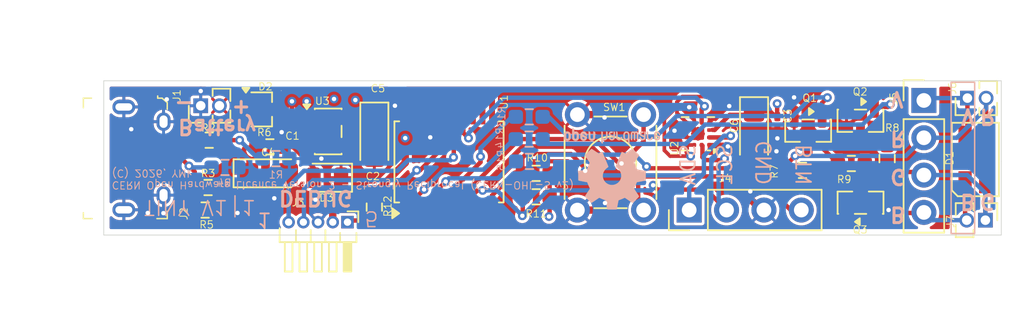
<source format=kicad_pcb>
(kicad_pcb (version 20241229) (generator "pcbnew") (generator_version "9.0")
  (layers (0 "F.Cu" signal) (4 "In1.Cu" signal) (6 "In2.Cu" signal) (2 "B.Cu" signal) (13 "F.Paste" user) (15 "B.Paste" user) (5 "F.SilkS" user "F.Silkscreen") (7 "B.SilkS" user "B.Silkscreen") (1 "F.Mask" user) (3 "B.Mask" user) (25 "Edge.Cuts" user))
  (net 0 "")
  (net 1 "GND")
  (net 2 "VIN")
  (net 3 "+3.3V")
  (net 4 "+5V_USB")
  (net 5 "/B_LED_CON")
  (net 6 "/G_LED_CON")
  (net 7 "/R_LED_CON")
  (net 8 "+VBAT")
  (net 9 "Net-(D3-A)")
  (net 10 "Net-(J2-Pad4)")
  (net 11 "Net-(J2-Pad3)")
  (net 12 "Net-(J2-Pad2)")
  (net 13 "/ISCPSCLK")
  (net 14 "/MCL#{slash}VPP")
  (net 15 "/ISCPSDAT")
  (net 16 "/I2C1_SCL")
  (net 17 "/I2C1_SDA")
  (net 18 "/BUTTON")
  (net 19 "/LED_B")
  (net 20 "Net-(Q1-D)")
  (net 21 "/LED_G")
  (net 22 "Net-(Q2-D)")
  (net 23 "/LED_R")
  (net 24 "Net-(Q3-D)")
  (net 29 "/ISR")
  (net 35 "Net-(U1-RC6)")
  (net 36 "Net-(U1-RC5)")
  (net 37 "Net-(U1-RC3)")
  (footprint "Package_TO_SOT_SMD:SOT-23" (layer "F.Cu") (at 169.54 92.22 -90)
    (property "Reference" "Q2")
    (property "Value" "2N7002" (hide yes))
  )
  (footprint "Resistor_SMD:R_0603_1608Metric_Pad0.98x0.95mm_HandSolder" (layer "F.Cu") (at 125.2764 93.543928)
    (property "Reference" "R2")
    (property "Value" "5 k")
  )
  (footprint "Resistor_SMD:R_0603_1608Metric_Pad0.98x0.95mm_HandSolder" (layer "F.Cu") (at 129.4 94 180)
    (property "Reference" "R6")
    (property "Value" "10 k")
  )
  (footprint "Package_TO_SOT_SMD:SOT-323_SC-70" (layer "F.Cu") (at 128.818182 91.45)
    (property "Reference" "D2")
    (property "Value" "BAT54CW" (hide yes))
  )
  (footprint "Capacitor_SMD:C_0201_0603Metric_Pad0.64x0.40mm_HandSolder" (layer "F.Cu") (at 136.81 90.58)
    (property "Reference" "C5")
    (property "Value" "100 nF, 16 V")
  )
  (footprint "Connector_PinHeader_2.54mm:PinHeader_1x04_P2.54mm_Vertical" (layer "F.Cu") (at 157.898454 98.3 90)
    (property "Reference" "J4")
    (property "Value" "Conn_01x04")
  )
  (footprint "Resistor_SMD:R_0603_1608Metric_Pad0.98x0.95mm_HandSolder" (layer "F.Cu") (at 125.2 96.767542 180)
    (property "Reference" "R3")
    (property "Value" "5 k")
  )
  (footprint "Connector_PinHeader_1.27mm:PinHeader_1x02_P1.27mm_Vertical" (layer "F.Cu") (at 178.03 98.99 -90)
    (property "Reference" "J7")
    (property "Value" "Conn_01x02")
  )
  (footprint "Package_LGA:Kionix_LGA-12_2x2mm_P0.5mm_LayoutBorder2x4y" (layer "F.Cu") (at 158.496355 93.107233 180)
    (property "Reference" "U2")
    (property "Value" "KXTJ3-1057" (hide yes))
  )
  (footprint "Resistor_SMD:R_0603_1608Metric_Pad0.98x0.95mm_HandSolder" (layer "F.Cu") (at 125 98.3)
    (property "Reference" "R5")
    (property "Value" "0")
  )
  (footprint "LED_SMD:LED_RGB_Wuerth-PLCC4_3.2x2.8mm_150141M173100" (layer "F.Cu") (at 177.35 94.86 90)
    (property "Reference" "D1")
    (property "Value" "LED_ARBG" (hide yes))
  )
  (footprint "Resistor_SMD:R_0603_1608Metric_Pad0.98x0.95mm_HandSolder" (layer "F.Cu") (at 171.35 94.8 -90)
    (property "Reference" "R8")
    (property "Value" "220")
  )
  (footprint "Button_Switch_THT:SW_TH_Tactile_Omron_B3F-102x" (layer "F.Cu") (at 154.8 91.803688 -90)
    (property "Reference" "SW1")
    (property "Value" "SW_MEC_5E" (hide yes))
  )
  (footprint "Resistor_SMD:R_0603_1608Metric_Pad0.98x0.95mm_HandSolder" (layer "F.Cu") (at 136.5 98.1 -90)
    (property "Reference" "R12")
    (property "Value" "10 k")
  )
  (footprint "Resistor_SMD:R_0603_1608Metric_Pad0.98x0.95mm_HandSolder" (layer "F.Cu") (at 147.5 97.4 180)
    (property "Reference" "R11")
    (property "Value" "10 k")
  )
  (footprint "Resistor_SMD:R_0603_1608Metric_Pad0.98x0.95mm_HandSolder" (layer "F.Cu") (at 165.6 95.6 180)
    (property "Reference" "R7")
    (property "Value" "560")
  )
  (footprint "Package_TO_SOT_SMD:SOT-23-5" (layer "F.Cu") (at 133.3625 92.95)
    (property "Reference" "U3")
    (property "Value" "TPS79333-EP")
  )
  (footprint "Capacitor_Tantalum_SMD:CP_EIA-3216-10_Kemet-I" (layer "F.Cu") (at 129.2525 95.8)
    (property "Reference" "C4")
    (property "Value" "10 uF")
  )
  (footprint "Package_TO_SOT_SMD:SOT-23" (layer "F.Cu") (at 165.984061 92.895198 -90)
    (property "Reference" "Q1")
    (property "Value" "2N7002" (hide yes))
  )
  (footprint "Connector_PinHeader_1.00mm:PinHeader_1x05_P1.00mm_Horizontal" (layer "F.Cu") (at 134.674676 99.125 -90)
    (property "Reference" "J3")
    (property "Value" "Conn_01x05")
  )
  (footprint "Connector_PinHeader_1.27mm:PinHeader_1x02_P1.27mm_Vertical" (layer "F.Cu") (at 176.81 90.68 90)
    (property "Reference" "J6")
    (property "Value" "Conn_01x02")
  )
  (footprint "Capacitor_SMD:C_0201_0603Metric_Pad0.64x0.40mm_HandSolder" (layer "F.Cu") (at 130.9 92.2325 90)
    (property "Reference" "C1")
    (property "Value" "100 nF, 16 V")
  )
  (footprint "digikey-footprints:USB_Micro_B_Female_10118194-0001LF" (layer "F.Cu") (at 122.175 94.784473 -90)
    (property "Reference" "J2")
    (property "Value" "10118194-0001LF" (hide yes))
  )
  (footprint "LED_SMD:LED_0805_2012Metric" (layer "F.Cu") (at 133.3 96.1 180)
    (property "Reference" "D3")
    (property "Value" "G_LED" (hide yes))
  )
  (footprint "Capacitor_Tantalum_SMD:CP_EIA-3216-10_Kemet-I" (layer "F.Cu") (at 136.5 93.3 -90)
    (property "Reference" "C2")
    (property "Value" "4.7 uF")
  )
  (footprint "Package_SO:SSOP-20_5.3x7.2mm_P0.65mm" (layer "F.Cu") (at 141.575 95.022906 90)
    (property "Reference" "U1")
    (property "Value" "PIC16F1829-IML" (hide yes))
  )
  (footprint "Resistor_SMD:R_0603_1608Metric_Pad0.98x0.95mm_HandSolder" (layer "F.Cu") (at 168.919587 95.132089)
    (property "Reference" "R9")
    (property "Value" "220")
  )
  (footprint "Package_TO_SOT_SMD:SOT-23" (layer "F.Cu") (at 169.545 97.8 90)
    (property "Reference" "Q3")
    (property "Value" "2N7002")
  )
  (footprint "Capacitor_SMD:C_0201_0603Metric_Pad0.64x0.40mm_HandSolder" (layer "F.Cu") (at 163.890802 92.350695 90)
    (property "Reference" "C3")
    (property "Value" "100 nF, 16 V")
  )
  (footprint "Capacitor_Tantalum_SMD:CP_EIA-3216-10_Kemet-I" (layer "F.Cu") (at 162.306 92.934079 -90)
    (property "Reference" "C6")
    (property "Value" "10 uF")
  )
  (footprint "Connector_PinHeader_2.54mm:PinHeader_1x04_P2.54mm_Vertical" (layer "F.Cu") (at 173.85 90.84)
    (property "Reference" "J5")
    (property "Value" "Conn_01x04")
  )
  (footprint "Resistor_SMD:R_0603_1608Metric_Pad0.98x0.95mm_HandSolder" (layer "F.Cu") (at 147.5 95.8)
    (property "Reference" "R10")
    (property "Value" "10 k")
  )
  (footprint "Connector_PinHeader_1.27mm:PinHeader_1x02_P1.27mm_Vertical" (layer "F.Cu") (at 124.7 91.2 90)
    (property "Reference" "J1")
    (property "Value" "Conn_01x02")
  )
  (footprint "Resistor_SMD:R_0603_1608Metric_Pad0.98x0.95mm_HandSolder" (layer "B.Cu") (at 147.027257 91.955492)
    (property "Reference" "R13")
    (property "Value" "0")
  )
  (footprint "Resistor_SMD:R_0603_1608Metric_Pad0.98x0.95mm_HandSolder" (layer "B.Cu") (at 126.351556 95.4)
    (property "Reference" "R4")
    (property "Value" "10 k")
  )
  (footprint "Resistor_SMD:R_0603_1608Metric_Pad0.98x0.95mm_HandSolder" (layer "B.Cu") (at 147.021979 93.472)
    (property "Reference" "R14")
    (property "Value" "0")
  )
  (footprint "Symbol:OSHW-Logo2_7.3x6mm_SilkScreen" (layer "B.Cu") (at 152.654 95.504)
    (property "Reference" "REF**" (hide yes))
    (property "Value" "OSHW-Logo2_7.3x6mm_SilkScreen" (hide yes))
  )
  (footprint "Resistor_SMD:R_0603_1608Metric_Pad0.98x0.95mm_HandSolder" (layer "B.Cu") (at 147.043861 94.988507)
    (property "Reference" "R15")
    (property "Value" "0")
  )
  (footprint "Resistor_SMD:R_0603_1608Metric_Pad0.98x0.95mm_HandSolder" (layer "B.Cu") (at 129.8125 94.8)
    (property "Reference" "R1")
    (property "Value" "10 k")
  )
  (gr_rect (start 175.7 89.6) (end 177.3 99.9) (stroke (width 0.1)) (fill no) (layer "B.SilkS"))
  (gr_line (start 118.11 100) (end 118.11 89.5) (stroke (width 0.05)) (layer "Edge.Cuts"))
  (gr_line (start 179.11 100) (end 118.11 100) (stroke (width 0.05)) (layer "Edge.Cuts"))
  (gr_line (start 179.11 95) (end 179.11 89.5) (stroke (width 0.05)) (layer "Edge.Cuts"))
  (gr_line (start 179.11 100) (end 179.11 95) (stroke (width 0.05)) (layer "Edge.Cuts"))
  (gr_line (start 118.11 89.5) (end 179.11 89.5) (stroke (width 0.05)) (layer "Edge.Cuts"))
  (gr_curve (pts (xy 130.175 90.17) (xy 130.175 90.17) (xy 130.175 90.17) (xy 130.175 90.17)) (stroke (width 0.05)) (layer "Edge.Cuts"))
  (gr_text "CERN Open Hardware Licence Version 2 - Strongly Reciprocal (CERN-OHL-S v2)\n(C) 2026, YMk" (at 118.618 95.504 180) (layer "B.SilkS") (effects (font (size 0.5 0.5) (thickness 0.0625)) (justify left bottom mirror)))
  (gr_text "DEBUG" (at 129.9 96.9 180) (layer "B.SilkS") (effects (font (size 1 1) (thickness 0.2) (bold yes)) (justify left bottom mirror)))
  (gr_text "BTN" (at 166.3 93.726 90) (layer "B.SilkS") (effects (font (size 1 1) (thickness 0.125)) (justify left bottom mirror)))
  (gr_text "-" (at 124.31264 91.505385 0) (layer "B.SilkS") (effects (font (size 1 1) (thickness 0.2) (bold yes)) (justify left bottom mirror)))
  (gr_text "G" (at 171.45 95.448822 180) (layer "B.SilkS") (effects (font (size 1 1) (thickness 0.2) (bold yes)) (justify left bottom mirror)))
  (gr_text "TINY V1|1" (at 128.524 97.536 180) (layer "B.SilkS") (effects (font (size 1 1) (thickness 0.1)) (justify right bottom mirror)))
  (gr_text "SCL" (at 160.9 93.726 90) (layer "B.SilkS") (effects (font (size 1 1) (thickness 0.125)) (justify left bottom mirror)))
  (gr_text "+" (at 128.2 91.8 0) (layer "B.SilkS") (effects (font (size 1 1) (thickness 0.2) (bold yes)) (justify left bottom mirror)))
  (gr_text "R" (at 177.546 91.35 180) (layer "B.SilkS") (effects (font (size 1 1) (thickness 0.2) (bold yes)) (justify left bottom mirror)))
  (gr_text "GND" (at 163.576 93.472 90) (layer "B.SilkS") (effects (font (size 1 1) (thickness 0.125)) (justify left bottom mirror)))
  (gr_text "V" (at 171.45 90.17 180) (layer "B.SilkS") (effects (font (size 1 1) (thickness 0.2) (bold yes)) (justify left bottom mirror)))
  (gr_text "R" (at 171.45 92.85 180) (layer "B.SilkS") (effects (font (size 1 1) (thickness 0.2) (bold yes)) (justify left bottom mirror)))
  (gr_text "G" (at 177.546 97.15 180) (layer "B.SilkS") (effects (font (size 1 1) (thickness 0.2) (bold yes)) (justify left bottom mirror)))
  (gr_text "SDA" (at 158.4 93.726 90) (layer "B.SilkS") (effects (font (size 1 1) (thickness 0.125)) (justify left bottom mirror)))
  (gr_text "B" (at 171.45 98.022457 180) (layer "B.SilkS") (effects (font (size 1 1) (thickness 0.2) (bold yes)) (justify left bottom mirror)))
  (gr_text "Battery" (at 128.6 92.05 180) (layer "B.SilkS") (effects (font (size 1 1) (thickness 0.2) (bold yes)) (justify right bottom mirror)))
  (gr_text "5" (at 136.85 98.3 180) (layer "B.SilkS") (effects (font (size 1 1) (thickness 0.1)) (justify right bottom mirror)))
  (gr_text "B" (at 176.208391 97.15181 180) (layer "B.SilkS") (effects (font (size 1 1) (thickness 0.2) (bold yes)) (justify left bottom mirror)))
  (gr_text "V" (at 176.276 91.340375 180) (layer "B.SilkS") (effects (font (size 1 1) (thickness 0.2) (bold yes)) (justify left bottom mirror)))
  (gr_text "1" (at 129.6 98.4 180) (layer "B.SilkS") (effects (font (size 1 1) (thickness 0.125)) (justify right bottom mirror)))
  (segment (start 151.696312 98.303688) (end 150.493545 98.303688) (width 0.5) (layer "F.Cu") (net 1))
  (segment (start 157.9 91.3) (end 157.696352 91.503648) (width 0.25) (layer "F.Cu") (net 1))
  (segment (start 137.28 90.58) (end 137.2175 90.58) (width 0.3) (layer "F.Cu") (net 1))
  (segment (start 160.412842 93.857233) (end 159.258855 93.857233) (width 0.25) (layer "F.Cu") (net 1))
  (segment (start 152 92) (end 151.803688 91.803688) (width 0.5) (layer "F.Cu") (net 1))
  (segment (start 137.9 91.2) (end 137.28 90.58) (width 0.3) (layer "F.Cu") (net 1))
  (segment (start 151.803688 91.803688) (end 150.493545 91.803688) (width 0.5) (layer "F.Cu") (net 1))
  (segment (start 170.94 98.74) (end 170.9375 98.7375) (width 0.3) (layer "F.Cu") (net 1))
  (segment (start 156.942767 92.857233) (end 156.9 92.9) (width 0.3) (layer "F.Cu") (net 1))
  (segment (start 162.052 97.028) (end 162.052 97.552) (width 0.5) (layer "F.Cu") (net 1))
  (segment (start 162.052 97.552) (end 162.652918 98.152918) (width 0.5) (layer "F.Cu") (net 1))
  (segment (start 171.008 98.74) (end 170.94 98.74) (width 0.3) (layer "F.Cu") (net 1))
  (segment (start 162.319421 94.3) (end 162.306 94.286579) (width 0.5) (layer "F.Cu") (net 1))
  (segment (start 163.83 94.3) (end 162.319421 94.3) (width 0.5) (layer "F.Cu") (net 1))
  (segment (start 157.696352 91.503648) (end 157.696352 91.631076) (width 0.25) (layer "F.Cu") (net 1))
  (segment (start 165.034061 91.957698) (end 165.034061 90.639081) (width 0.3) (layer "F.Cu") (net 1))
  (segment (start 170.9375 98.7375) (end 170.495 98.7375) (width 0.3) (layer "F.Cu") (net 1))
  (segment (start 152.178 97.822) (end 151.696312 98.303688) (width 0.5) (layer "F.Cu") (net 1))
  (segment (start 157.696352 91.631076) (end 158.246355 92.181079) (width 0.25) (layer "F.Cu") (net 1))
  (segment (start 160.394085 91.222003) (end 160.620318 91.222003) (width 0.25) (layer "F.Cu") (net 1))
  (segment (start 171.45 98.298) (end 171.008 98.74) (width 0.3) (layer "F.Cu") (net 1))
  (segment (start 158.246355 92.181079) (end 158.246355 92.344733) (width 0.25) (layer "F.Cu") (net 1))
  (segment (start 160.527805 93.972195) (end 160.412842 93.857233) (width 0.25) (layer "F.Cu") (net 1))
  (segment (start 140.6 91.522906) (end 140.6 93.05) (width 0.3) (layer "F.Cu") (net 1))
  (segment (start 159.258855 92.357233) (end 160.394085 91.222003) (width 0.25) (layer "F.Cu") (net 1))
  (segment (start 152.146 92) (end 152 92) (width 0.5) (layer "F.Cu") (net 1))
  (segment (start 163.890802 93.420122) (end 163.890802 92.626695) (width 0.3) (layer "F.Cu") (net 1))
  (segment (start 162.652918 98.152918) (end 162.978454 98.152918) (width 0.5) (layer "F.Cu") (net 1))
  (segment (start 157.733855 92.857233) (end 156.942767 92.857233) (width 0.3) (layer "F.Cu") (net 1))
  (segment (start 165.034061 90.639081) (end 165.026204 90.631224) (width 0.25) (layer "F.Cu") (net 1))
  (segment (start 140.6 93.05) (end 140.3 93.35) (width 0.3) (layer "F.Cu") (net 1))
  (via (at 121.1 98.5) (size 0.6) (drill 0.3) (layers "F.Cu" "B.Cu") (net 1))
  (via (at 127.2 98.5) (size 0.6) (drill 0.3) (layers "F.Cu" "B.Cu") (net 1))
  (via (at 129.7 97.5) (size 0.6) (drill 0.3) (layers "F.Cu" "B.Cu") (net 1))
  (via (at 165.026204 90.631224) (size 0.6) (drill 0.3) (layers "F.Cu" "B.Cu") (net 1))
  (via (at 122.16612 98.511031) (size 0.6) (drill 0.3) (layers "F.Cu" "B.Cu") (net 1))
  (via (at 163.890802 93.420122) (size 0.6) (drill 0.3) (layers "F.Cu" "B.Cu") (net 1))
  (via (at 160.620318 91.222003) (size 0.6) (drill 0.3) (layers "F.Cu" "B.Cu") (net 1))
  (via (at 160.527805 93.972195) (size 0.6) (drill 0.3) (layers "F.Cu" "B.Cu") (net 1))
  (via (at 152.178 97.822) (size 0.6) (drill 0.3) (layers "F.Cu" "B.Cu") (net 1))
  (via (at 132.5 97.6) (size 0.6) (drill 0.3) (layers "F.Cu" "B.Cu") (net 1))
  (via (at 124.7 90.2) (size 0.6) (drill 0.3) (layers "F.Cu" "B.Cu") (net 1))
  (via (at 163.83 94.3) (size 0.6) (drill 0.3) (layers "F.Cu" "B.Cu") (net 1))
  (via (at 156.9 92.9) (size 0.6) (drill 0.3) (layers "F.Cu" "B.Cu") (net 1))
  (via (at 157.9 91.3) (size 0.6) (drill 0.3) (layers "F.Cu" "B.Cu") (net 1))
  (via (at 122.39064 90.764385) (size 0.6) (drill 0.3) (layers "F.Cu" "B.Cu") (net 1))
  (via (at 137.9 91.2) (size 0.6) (drill 0.3) (layers "F.Cu" "B.Cu") (net 1))
  (via (at 171.45 98.298) (size 0.6) (drill 0.3) (layers "F.Cu" "B.Cu") (net 1))
  (via (at 140.3 93.35) (size 0.6) (drill 0.3) (layers "F.Cu" "B.Cu") (net 1))
  (via (at 119.97764 92.796385) (size 0.6) (drill 0.3) (layers "F.Cu" "B.Cu") (net 1))
  (via (at 152.146 92) (size 0.6) (drill 0.3) (layers "F.Cu" "B.Cu") (net 1))
  (via (at 130.2 93) (size 0.6) (drill 0.3) (layers "F.Cu" "B.Cu") (net 1))
  (via (at 162.052 97.028) (size 0.6) (drill 0.3) (layers "F.Cu" "B.Cu") (net 1))
  (via (at 132.9 94.8) (size 0.6) (drill 0.3) (layers "F.Cu" "B.Cu") (net 1))
  (segment (start 129.9 93.9) (end 129.9 93.5) (width 0.3) (layer "B.Cu") (net 1))
  (segment (start 130.725 94.725) (end 129.9 93.9) (width 0.3) (layer "B.Cu") (net 1))
  (segment (start 130.725 94.8) (end 130.725 94.725) (width 0.25) (layer "B.Cu") (net 1))
  (segment (start 130.368182 90.9) (end 130.9 90.9) (width 0.3) (layer "F.Cu") (net 2))
  (segment (start 130.9 91.825) (end 130.9 90.9) (width 0.3) (layer "F.Cu") (net 2))
  (segment (start 129.818182 91.45) (end 130.368182 90.9) (width 0.3) (layer "F.Cu") (net 2))
  (segment (start 132.225 92) (end 132.225 91.225) (width 0.3) (layer "F.Cu") (net 2))
  (segment (start 132.225 91.225) (end 131.9 90.9) (width 0.3) (layer "F.Cu") (net 2))
  (segment (start 176.81 93.15) (end 176.65 93.31) (width 0.3) (layer "F.Cu") (net 2))
  (segment (start 176.81 90.68) (end 176.81 93.15) (width 0.3) (layer "F.Cu") (net 2))
  (via (at 131.9 90.9) (size 0.6) (drill 0.3) (layers "F.Cu" "B.Cu") (net 2))
  (via (at 130.9 90.9) (size 0.6) (drill 0.3) (layers "F.Cu" "B.Cu") (net 2))
  (segment (start 174.01 90.68) (end 176.81 90.68) (width 0.3) (layer "B.Cu") (net 2))
  (segment (start 173.85 90.84) (end 174.01 90.68) (width 0.3) (layer "B.Cu") (net 2))
  (segment (start 136.0875 97.6) (end 136.5 97.1875) (width 0.5) (layer "F.Cu") (net 3))
  (segment (start 136.5 97.1875) (end 138.6 95.0875) (width 0.5) (layer "F.Cu") (net 3))
  (segment (start 134.175 97.6) (end 136.0875 97.6) (width 0.5) (layer "F.Cu") (net 3))
  (segment (start 148.4125 98.6975) (end 148.37 98.74) (width 0.3) (layer "F.Cu") (net 3))
  (segment (start 157.733855 94.374886) (end 157.733855 93.857233) (width 0.3) (layer "F.Cu") (net 3))
  (segment (start 133.674676 98.100324) (end 134.175 97.6) (width 0.5) (layer "F.Cu") (net 3))
  (segment (start 134.5 91.2) (end 134.5 92) (width 0.5) (layer "F.Cu") (net 3))
  (segment (start 161.300654 90.576233) (end 162.306 91.581579) (width 0.25) (layer "F.Cu") (net 3))
  (segment (start 162.306 91.581579) (end 163.397686 91.581579) (width 0.3) (layer "F.Cu") (net 3))
  (segment (start 157.437054 90.576233) (end 161.300654 90.576233) (width 0.25) (layer "F.Cu") (net 3))
  (segment (start 157.070352 91.263824) (end 157.070352 90.942935) (width 0.25) (layer "F.Cu") (net 3))
  (segment (start 157.995964 94.62874) (end 156.60474 94.62874) (width 0.25) (layer "F.Cu") (net 3))
  (segment (start 157.987709 94.62874) (end 157.733855 94.374886) (width 0.3) (layer "F.Cu") (net 3))
  (segment (start 157.070352 90.942935) (end 157.437054 90.576233) (width 0.25) (layer "F.Cu") (net 3))
  (segment (start 137.9525 93.4) (end 136.5 91.9475) (width 0.4) (layer "F.Cu") (net 3))
  (segment (start 156.21 94.234) (end 156.21 92.124176) (width 0.25) (layer "F.Cu") (net 3))
  (segment (start 163.878252 91.06) (end 163.878252 92.049695) (width 0.3) (layer "F.Cu") (net 3))
  (segment (start 157.070352 91.69373) (end 157.070352 91) (width 0.25) (layer "F.Cu") (net 3))
  (segment (start 135.21 90.81) (end 135.44 90.58) (width 0.3) (layer "F.Cu") (net 3))
  (segment (start 161.671 91.821) (end 160.655 91.821) (width 0.3) (layer "F.Cu") (net 3))
  (segment (start 157.070352 91) (end 157.070352 90.942935) (width 0.25) (layer "F.Cu") (net 3))
  (segment (start 156.60474 94.62874) (end 156.21 94.234) (width 0.25) (layer "F.Cu") (net 3))
  (segment (start 148.4125 97.4) (end 148.4125 98.6975) (width 0.3) (layer "F.Cu") (net 3))
  (segment (start 133.674676 99.125) (end 133.674676 98.100324) (width 0.5) (layer "F.Cu") (net 3))
  (segment (start 134.04 90.74) (end 134.5 91.2) (width 0.5) (layer "F.Cu") (net 3))
  (segment (start 158.246355 93.869733) (end 157.746355 93.869733) (width 0.25) (layer "F.Cu") (net 3))
  (segment (start 163.878252 92.049695) (end 163.890802 92.049695) (width 0.3) (layer "F.Cu") (net 3))
  (segment (start 163.397686 91.581579) (end 163.890802 92.074695) (width 0.3) (layer "F.Cu") (net 3))
  (segment (start 156.21 92.124176) (end 157.070352 91.263824) (width 0.25) (layer "F.Cu") (net 3))
  (segment (start 133.76 90.74) (end 134.04 90.74) (width 0.5) (layer "F.Cu") (net 3))
  (segment (start 157.995964 94.62874) (end 157.987709 94.62874) (width 0.3) (layer "F.Cu") (net 3))
  (segment (start 148.4125 95.8) (end 148.4125 97.4) (width 0.3) (layer "F.Cu") (net 3))
  (segment (start 139.95 92.534198) (end 139.084198 93.4) (width 0.4) (layer "F.Cu") (net 3))
  (segment (start 138.6 93.4) (end 137.9525 93.4) (width 0.4) (layer "F.Cu") (net 3))
  (segment (start 161.910421 91.581579) (end 161.671 91.821) (width 0.3) (layer "F.Cu") (net 3))
  (segment (start 139.95 91.522906) (end 139.95 92.534198) (width 0.4) (layer "F.Cu") (net 3))
  (segment (start 157.733855 92.357233) (end 157.070352 91.69373) (width 0.25) (layer "F.Cu") (net 3))
  (segment (start 139.084198 93.4) (end 138.6 93.4) (width 0.4) (layer "F.Cu") (net 3))
  (segment (start 135.44 90.58) (end 136.4025 90.58) (width 0.3) (layer "F.Cu") (net 3))
  (segment (start 160.655 91.821) (end 159.633609 92.842391) (width 0.3) (layer "F.Cu") (net 3))
  (segment (start 138.6 95.0875) (end 138.6 93.4) (width 0.5) (layer "F.Cu") (net 3))
  (segment (start 159.633609 92.842391) (end 159.482218 92.842391) (width 0.3) (layer "F.Cu") (net 3))
  (segment (start 162.306 91.581579) (end 161.910421 91.581579) (width 0.3) (layer "F.Cu") (net 3))
  (via (at 157.995964 94.62874) (size 0.6) (drill 0.3) (layers "F.Cu" "B.Cu") (net 3))
  (via (at 138.6 93.4) (size 0.6) (drill 0.3) (layers "F.Cu" "B.Cu") (net 3))
  (via (at 135.21 90.81) (size 0.6) (drill 0.3) (layers "F.Cu" "B.Cu") (net 3))
  (via (at 148.37 98.74) (size 0.6) (drill 0.3) (layers "F.Cu" "B.Cu") (net 3))
  (via (at 163.878252 91.06) (size 0.6) (drill 0.3) (layers "F.Cu" "B.Cu") (net 3))
  (via (at 133.76 90.74) (size 0.6) (drill 0.3) (layers "F.Cu" "B.Cu") (net 3))
  (segment (start 172.6 98.5) (end 173.693523 98.5) (width 0.3) (layer "F.Cu") (net 5))
  (segment (start 173.693523 98.5) (end 173.693523 98.861596) (width 0.25) (layer "F.Cu") (net 5))
  (segment (start 173.1 98.5) (end 173.693523 98.5) (width 0.25) (layer "F.Cu") (net 5))
  (segment (start 169.832087 95.132089) (end 169.832087 95.732087) (width 0.3) (layer "F.Cu") (net 5))
  (segment (start 169.832087 95.732087) (end 172.6 98.5) (width 0.3) (layer "F.Cu") (net 5))
  (segment (start 169.599198 95.353322) (end 169.953322 95.353322) (width 0.25) (layer "F.Cu") (net 5))
  (segment (start 176.76 98.99) (end 176.65 98.88) (width 0.3) (layer "F.Cu") (net 5))
  (segment (start 176.65 98.88) (end 176.65 96.41) (width 0.3) (layer "F.Cu") (net 5))
  (segment (start 176.76 98.99) (end 174.38 98.99) (width 0.3) (layer "B.Cu") (net 5))
  (segment (start 174.38 98.99) (end 173.85 98.46) (width 0.3) (layer "B.Cu") (net 5))
  (segment (start 171.35 95.7125) (end 173.6425 95.7125) (width 0.3) (layer "F.Cu") (net 6))
  (segment (start 178.03 96.43) (end 178.05 96.41) (width 0.3) (layer "F.Cu") (net 6))
  (segment (start 178.03 98.99) (end 178.03 96.43) (width 0.3) (layer "F.Cu") (net 6))
  (segment (start 173.6425 95.7125) (end 173.85 95.92) (width 0.3) (layer "F.Cu") (net 6))
  (segment (start 178.03 98.99) (end 178.03 97.15) (width 0.3) (layer "B.Cu") (net 6))
  (segment (start 176.8 95.92) (end 173.85 95.92) (width 0.3) (layer "B.Cu") (net 6))
  (segment (start 178.03 97.15) (end 176.8 95.92) (width 0.3) (layer "B.Cu") (net 6))
  (segment (start 164.6875 95.0275) (end 165.1 94.615) (width 0.3) (layer "F.Cu") (net 7))
  (segment (start 178.08 93.28) (end 178.05 93.31) (width 0.3) (layer "F.Cu") (net 7))
  (segment (start 178.08 90.68) (end 178.08 93.28) (width 0.3) (layer "F.Cu") (net 7))
  (segment (start 164.6875 95.6) (end 164.6875 95.0275) (width 0.3) (layer "F.Cu") (net 7))
  (via (at 165.1 94.615) (size 0.6) (drill 0.3) (layers "F.Cu" "B.Cu") (net 7))
  (segment (start 173.85 93.38) (end 176.087106 93.38) (width 0.3) (layer "B.Cu") (net 7))
  (segment (start 178.08 91.387106) (end 178.08 90.68) (width 0.3) (layer "B.Cu") (net 7))
  (segment (start 176.087106 93.38) (end 178.08 91.387106) (width 0.3) (layer "B.Cu") (net 7))
  (segment (start 165.1 94.615) (end 172.615 94.615) (width 0.3) (layer "B.Cu") (net 7))
  (segment (start 172.615 94.615) (end 173.85 93.38) (width 0.3) (layer "B.Cu") (net 7))
  (segment (start 132.3625 96.1) (end 132.3625 95.400001) (width 0.3) (layer "F.Cu") (net 9))
  (segment (start 130.962499 94) (end 130.3125 94) (width 0.3) (layer "F.Cu") (net 9))
  (segment (start 132.3625 95.400001) (end 130.962499 94) (width 0.3) (layer "F.Cu") (net 9))
  (segment (start 122.175 95.434473) (end 123.15 95.434473) (width 0.3) (layer "F.Cu") (net 10))
  (segment (start 123.15 95.434473) (end 123.4 95.684473) (width 0.3) (layer "F.Cu") (net 10))
  (segment (start 123.4 97.6125) (end 124.0875 98.3) (width 0.3) (layer "F.Cu") (net 10))
  (segment (start 123.4 95.684473) (end 123.4 97.6125) (width 0.3) (layer "F.Cu") (net 10))
  (segment (start 122.175 94.784473) (end 123.384473 94.784473) (width 0.3) (layer "F.Cu") (net 11))
  (segment (start 124.2875 95.6875) (end 123.9 95.3) (width 0.3) (layer "F.Cu") (net 11))
  (segment (start 123.384473 94.784473) (end 123.9 95.3) (width 0.3) (layer "F.Cu") (net 11))
  (segment (start 124.2875 96.767542) (end 124.2875 95.6875) (width 0.3) (layer "F.Cu") (net 11))
  (via (at 123.9 95.3) (size 0.6) (drill 0.3) (layers "F.Cu" "B.Cu") (net 11))
  (segment (start 123.9 95.3) (end 124 95.4) (width 0.3) (layer "B.Cu") (net 11))
  (segment (start 124 95.4) (end 125.439056 95.4) (width 0.3) (layer "B.Cu") (net 11))
  (segment (start 126.1889 93.543928) (end 125.244828 94.488) (width 0.3) (layer "F.Cu") (net 12))
  (segment (start 123.635473 94.134473) (end 122.175 94.134473) (width 0.3) (layer "F.Cu") (net 12))
  (segment (start 123.989 94.488) (end 123.635473 94.134473) (width 0.3) (layer "F.Cu") (net 12))
  (segment (start 125.244828 94.488) (end 123.989 94.488) (width 0.3) (layer "F.Cu") (net 12))
  (segment (start 127.343928 93.543928) (end 126.1889 93.543928) (width 0.3) (layer "F.Cu") (net 12))
  (via (at 127.343928 93.543928) (size 0.6) (drill 0.3) (layers "F.Cu" "B.Cu") (net 12))
  (segment (start 127.343928 93.543928) (end 128.6 94.8) (width 0.3) (layer "B.Cu") (net 12))
  (segment (start 128.6 94.8) (end 128.9 94.8) (width 0.3) (layer "B.Cu") (net 12))
  (segment (start 141.88 94.71) (end 141.9 94.69) (width 0.3) (layer "F.Cu") (net 13))
  (segment (start 141.9 94.69) (end 141.9 91.522906) (width 0.3) (layer "F.Cu") (net 13))
  (via (at 141.88 94.71) (size 0.6) (drill 0.3) (layers "F.Cu" "B.Cu") (net 13))
  (segment (start 141.68 94.91) (end 141.88 94.71) (width 0.3) (layer "B.Cu") (net 13))
  (segment (start 130.674676 96.675324) (end 130.674676 99.125) (width 0.3) (layer "B.Cu") (net 13))
  (segment (start 138.79 94.91) (end 138.072657 95.627343) (width 0.3) (layer "B.Cu") (net 13))
  (segment (start 141.29 94.91) (end 138.79 94.91) (width 0.3) (layer "B.Cu") (net 13))
  (segment (start 138.072657 95.627343) (end 131.722657 95.627343) (width 0.3) (layer "B.Cu") (net 13))
  (segment (start 141.29 94.91) (end 141.68 94.91) (width 0.3) (layer "B.Cu") (net 13))
  (segment (start 131.722657 95.627343) (end 130.674676 96.675324) (width 0.3) (layer "B.Cu") (net 13))
  (segment (start 136.5 99.0125) (end 138.160406 99.0125) (width 0.3) (layer "F.Cu") (net 14))
  (segment (start 136.5 99.0125) (end 134.787176 99.0125) (width 0.3) (layer "F.Cu") (net 14))
  (segment (start 138.160406 99.0125) (end 138.65 98.522906) (width 0.3) (layer "F.Cu") (net 14))
  (segment (start 134.787176 99.0125) (end 134.674676 99.125) (width 0.3) (layer "F.Cu") (net 14))
  (segment (start 139.38 95.59) (end 139.61 95.59) (width 0.3) (layer "F.Cu") (net 15))
  (segment (start 139.61 95.59) (end 141.25 93.95) (width 0.3) (layer "F.Cu") (net 15))
  (segment (start 141.25 93.95) (end 141.25 91.522906) (width 0.3) (layer "F.Cu") (net 15))
  (via (at 139.38 95.59) (size 0.6) (drill 0.3) (layers "F.Cu" "B.Cu") (net 15))
  (segment (start 131.715 96.885) (end 131.715 98.955) (width 0.3) (layer "B.Cu") (net 15))
  (segment (start 139.37 95.59) (end 138.694 96.266) (width 0.3) (layer "B.Cu") (net 15))
  (segment (start 139.38 95.59) (end 139.37 95.59) (width 0.3) (layer "B.Cu") (net 15))
  (segment (start 138.694 96.266) (end 132.334 96.266) (width 0.3) (layer "B.Cu") (net 15))
  (segment (start 132.334 96.266) (end 131.715 96.885) (width 0.3) (layer "B.Cu") (net 15))
  (segment (start 158.746355 93.869733) (end 158.8 93.923378) (width 0.3) (layer "F.Cu") (net 16))
  (segment (start 146.5875 98.6625) (end 146.56 98.69) (width 0.3) (layer "F.Cu") (net 16))
  (segment (start 143.51 96.96) (end 143.2 97.27) (width 0.3) (layer "F.Cu") (net 16))
  (segment (start 143.86 96.96) (end 143.51 96.96) (width 0.3) (layer "F.Cu") (net 16))
  (segment (start 146.5875 97.4) (end 146.5875 98.6625) (width 0.3) (layer "F.Cu") (net 16))
  (segment (start 160.2 94.9) (end 160.3 94.8) (width 0.3) (layer "F.Cu") (net 16))
  (segment (start 155.448 96.612) (end 155.746 96.91) (width 0.3) (layer "F.Cu") (net 16))
  (segment (start 159.048454 96.91) (end 160.438454 98.3) (width 0.3) (layer "F.Cu") (net 16))
  (segment (start 158.8 93.923378) (end 158.8 94.7) (width 0.3) (layer "F.Cu") (net 16))
  (segment (start 155.746 96.91) (end 159.048454 96.91) (width 0.3) (layer "F.Cu") (net 16))
  (segment (start 143.2 97.27) (end 143.2 98.522906) (width 0.3) (layer "F.Cu") (net 16))
  (segment (start 158.8 94.7) (end 159 94.9) (width 0.3) (layer "F.Cu") (net 16))
  (segment (start 159 94.9) (end 160.2 94.9) (width 0.3) (layer "F.Cu") (net 16))
  (via (at 143.86 96.96) (size 0.6) (drill 0.3) (layers "F.Cu" "B.Cu") (net 16))
  (via (at 155.448 96.612) (size 0.6) (drill 0.3) (layers "F.Cu" "B.Cu") (net 16))
  (via (at 160.3 94.8) (size 0.6) (drill 0.3) (layers "F.Cu" "B.Cu") (net 16))
  (via (at 146.56 98.69) (size 0.6) (drill 0.3) (layers "F.Cu" "B.Cu") (net 16))
  (segment (start 155.31 96.96) (end 148.29 96.96) (width 0.3) (layer "B.Cu") (net 16))
  (segment (start 143.86 96.96) (end 144.83 96.96) (width 0.3) (layer "B.Cu") (net 16))
  (segment (start 160.3 94.8) (end 159.9 95.2) (width 0.3) (layer "B.Cu") (net 16))
  (segment (start 159.9 97.614464) (end 160.438454 98.152918) (width 0.3) (layer "B.Cu") (net 16))
  (segment (start 155.448 96.612) (end 155.448 96.822) (width 0.3) (layer "B.Cu") (net 16))
  (segment (start 155.448 96.822) (end 155.31 96.96) (width 0.3) (layer "B.Cu") (net 16))
  (segment (start 148.29 96.96) (end 146.56 98.69) (width 0.3) (layer "B.Cu") (net 16))
  (segment (start 144.83 96.96) (end 146.56 98.69) (width 0.3) (layer "B.Cu") (net 16))
  (segment (start 159.9 95.2) (end 159.9 97.614464) (width 0.3) (layer "B.Cu") (net 16))
  (segment (start 146.5455 95.758) (end 146.5875 95.8) (width 0.3) (layer "F.Cu") (net 17))
  (segment (start 150.83 95.63) (end 150.83 95.458) (width 0.3) (layer "F.Cu") (net 17))
  (segment (start 160.602341 93.357233) (end 160.713922 93.245652) (width 0.3) (layer "F.Cu") (net 17))
  (segment (start 144.5 97.308) (end 146.05 95.758) (width 0.3) (layer "F.Cu") (net 17))
  (segment (start 146.558 94.742) (end 146.558 95.7705) (width 0.3) (layer "F.Cu") (net 17))
  (segment (start 159.258855 93.357233) (end 160.602341 93.357233) (width 0.3) (layer "F.Cu") (net 17))
  (segment (start 150.83 95.458) (end 149.86 94.488) (width 0.3) (layer "F.Cu") (net 17))
  (segment (start 149.86 94.488) (end 146.812 94.488) (width 0.3) (layer "F.Cu") (net 17))
  (segment (start 144.5 98.522906) (end 144.5 97.308) (width 0.3) (layer "F.Cu") (net 17))
  (segment (start 146.05 95.758) (end 146.5455 95.758) (width 0.3) (layer "F.Cu") (net 17))
  (segment (start 146.558 95.7705) (end 146.5875 95.8) (width 0.3) (layer "F.Cu") (net 17))
  (segment (start 146.812 94.488) (end 146.558 94.742) (width 0.3) (layer "F.Cu") (net 17))
  (via (at 150.83 95.63) (size 0.6) (drill 0.3) (layers "F.Cu" "B.Cu") (net 17))
  (via (at 160.713922 93.245652) (size 0.6) (drill 0.3) (layers "F.Cu" "B.Cu") (net 17))
  (segment (start 160.262936 93.245652) (end 158.9 94.608588) (width 0.3) (layer "B.Cu") (net 17))
  (segment (start 158.9 95.8) (end 157.898454 96.801546) (width 0.3) (layer "B.Cu") (net 17))
  (segment (start 160.713922 93.245652) (end 160.262936 93.245652) (width 0.3) (layer "B.Cu") (net 17))
  (segment (start 150.83 95.63) (end 151.14 95.94) (width 0.3) (layer "B.Cu") (net 17))
  (segment (start 158.74 95.94) (end 158.75 95.95) (width 0.3) (layer "B.Cu") (net 17))
  (segment (start 158.9 94.608588) (end 158.9 95.8) (width 0.3) (layer "B.Cu") (net 17))
  (segment (start 157.898454 96.801546) (end 157.898454 98.3) (width 0.3) (layer "B.Cu") (net 17))
  (segment (start 151.14 95.94) (end 158.74 95.94) (width 0.3) (layer "B.Cu") (net 17))
  (segment (start 153.13 95.13) (end 151.472 93.472) (width 0.3) (layer "F.Cu") (net 18))
  (segment (start 164.8 98.3) (end 162.512 96.012) (width 0.3) (layer "F.Cu") (net 18))
  (segment (start 153.3 95.13) (end 153.13 95.13) (width 0.3) (layer "F.Cu") (net 18))
  (segment (start 154.432 97.935688) (end 154.8 98.303688) (width 0.3) (layer "F.Cu") (net 18))
  (segment (start 165.518454 98.3) (end 164.8 98.3) (width 0.3) (layer "F.Cu") (net 18))
  (segment (start 154.8 93.63) (end 154.8 91.803688) (width 0.3) (layer "F.Cu") (net 18))
  (segment (start 153.3 95.13) (end 154.432 96.262) (width 0.3) (layer "F.Cu") (net 18))
  (segment (start 154.432 96.262) (end 154.432 97.935688) (width 0.3) (layer "F.Cu") (net 18))
  (segment (start 151.472 93.472) (end 146.36019 93.472) (width 0.3) (layer "F.Cu") (net 18))
  (segment (start 142.55 97.28219) (end 142.55 98.522906) (width 0.3) (layer "F.Cu") (net 18))
  (segment (start 154.682 96.012) (end 154.432 96.262) (width 0.3) (layer "F.Cu") (net 18))
  (segment (start 146.36019 93.472) (end 142.55 97.28219) (width 0.3) (layer "F.Cu") (net 18))
  (segment (start 153.3 95.13) (end 154.8 93.63) (width 0.3) (layer "F.Cu") (net 18))
  (segment (start 162.512 96.012) (end 154.682 96.012) (width 0.3) (layer "F.Cu") (net 18))
  (via (at 153.3 95.13) (size 0.6) (drill 0.3) (layers "F.Cu" "B.Cu") (net 18))
  (segment (start 166.934061 91.957698) (end 166.934061 91.003715) (width 0.3) (layer "F.Cu") (net 19))
  (segment (start 166.934061 91.003715) (end 167.29 90.647776) (width 0.3) (layer "F.Cu") (net 19))
  (via (at 167.29 90.647776) (size 0.6) (drill 0.3) (layers "F.Cu" "B.Cu") (net 19))
  (segment (start 166.200874 90.633888) (end 164.933762 91.901) (width 0.3) (layer "B.Cu") (net 19))
  (segment (start 167.276112 90.633888) (end 166.200874 90.633888) (width 0.3) (layer "B.Cu") (net 19))
  (segment (start 157.049057 91.901) (end 155.650057 93.3) (width 0.3) (layer "B.Cu") (net 19))
  (segment (start 164.933762 91.901) (end 157.049057 91.901) (width 0.3) (layer "B.Cu") (net 19))
  (segment (start 155.650057 93.3) (end 149.688 93.3) (width 0.3) (layer "B.Cu") (net 19))
  (segment (start 148.343492 91.955492) (end 147.939757 91.955492) (width 0.3) (layer "B.Cu") (net 19))
  (segment (start 167.29 90.647776) (end 167.276112 90.633888) (width 0.3) (layer "B.Cu") (net 19))
  (segment (start 149.688 93.3) (end 148.343492 91.955492) (width 0.3) (layer "B.Cu") (net 19))
  (segment (start 147.947249 91.948) (end 147.939757 91.955492) (width 0.3) (layer "B.Cu") (net 19))
  (segment (start 165.984061 93.832698) (end 166.707696 93.832698) (width 0.3) (layer "F.Cu") (net 20))
  (segment (start 166.707696 93.832698) (end 168.007087 95.132089) (width 0.3) (layer "F.Cu") (net 20))
  (segment (start 171.3875 91.2825) (end 171.57 91.1) (width 0.3) (layer "F.Cu") (net 21))
  (segment (start 170.49 91.2825) (end 171.3875 91.2825) (width 0.3) (layer "F.Cu") (net 21))
  (via (at 171.57 91.1) (size 0.6) (drill 0.3) (layers "F.Cu" "B.Cu") (net 21))
  (segment (start 157.66 93.8) (end 158.978767 92.481233) (width 0.3) (layer "B.Cu") (net 21))
  (segment (start 169.678767 92.481233) (end 171.06 91.1) (width 0.3) (layer "B.Cu") (net 21))
  (segment (start 171.06 91.1) (end 171.57 91.1) (width 0.3) (layer "B.Cu") (net 21))
  (segment (start 148.262479 93.8) (end 157.66 93.8) (width 0.3) (layer "B.Cu") (net 21))
  (segment (start 147.934479 93.472) (end 148.262479 93.8) (width 0.3) (layer "B.Cu") (net 21))
  (segment (start 158.978767 92.481233) (end 169.678767 92.481233) (width 0.3) (layer "B.Cu") (net 21))
  (segment (start 170.27 93.8875) (end 169.54 93.1575) (width 0.3) (layer "F.Cu") (net 22))
  (segment (start 171.35 93.8875) (end 170.27 93.8875) (width 0.3) (layer "F.Cu") (net 22))
  (segment (start 166.4575 96.6) (end 168.595 98.7375) (width 0.3) (layer "F.Cu") (net 23))
  (segment (start 155 95.34) (end 155.119 95.459) (width 0.3) (layer "F.Cu") (net 23))
  (segment (start 155.119 95.459) (end 162.759 95.459) (width 0.3) (layer "F.Cu") (net 23))
  (segment (start 162.759 95.459) (end 163.9 96.6) (width 0.3) (layer "F.Cu") (net 23))
  (segment (start 163.9 96.6) (end 166.4575 96.6) (width 0.3) (layer "F.Cu") (net 23))
  (via (at 155 95.34) (size 0.6) (drill 0.3) (layers "F.Cu" "B.Cu") (net 23))
  (segment (start 148.342 94.529) (end 147.875 94.996) (width 0.3) (layer "B.Cu") (net 23))
  (segment (start 154.189 94.529) (end 148.342 94.529) (width 0.3) (layer "B.Cu") (net 23))
  (segment (start 155 95.34) (end 154.189 94.529) (width 0.3) (layer "B.Cu") (net 23))
  (segment (start 167.775 96.8625) (end 169.545 96.8625) (width 0.3) (layer "F.Cu") (net 24))
  (segment (start 166.5125 95.6) (end 167.775 96.8625) (width 0.3) (layer "F.Cu") (net 24))
  (segment (start 142.55 93.05) (end 142.9 93.4) (width 0.3) (layer "F.Cu") (net 29))
  (segment (start 142.55 91.522906) (end 142.55 93.05) (width 0.3) (layer "F.Cu") (net 29))
  (segment (start 158.746355 92.344733) (end 158.746355 91.424543) (width 0.3) (layer "F.Cu") (net 29))
  (segment (start 158.746355 91.424543) (end 158.938645 91.232253) (width 0.3) (layer "F.Cu") (net 29))
  (via (at 142.9 93.4) (size 0.6) (drill 0.3) (layers "F.Cu" "B.Cu") (net 29))
  (via (at 158.938645 91.232253) (size 0.6) (drill 0.3) (layers "F.Cu" "B.Cu") (net 29))
  (segment (start 158.35908 90.652688) (end 158.938645 91.232253) (width 0.3) (layer "B.Cu") (net 29))
  (segment (start 142.9 93.4) (end 142.9 93.066) (width 0.3) (layer "B.Cu") (net 29))
  (segment (start 145.313312 90.652688) (end 158.35908 90.652688) (width 0.3) (layer "B.Cu") (net 29))
  (segment (start 142.9 93.066) (end 145.313312 90.652688) (width 0.3) (layer "B.Cu") (net 29))
  (segment (start 141.25 97.51) (end 141.25 98.522906) (width 0.3) (layer "F.Cu") (net 35))
  (segment (start 143.716866 95.043134) (end 141.25 97.51) (width 0.3) (layer "F.Cu") (net 35))
  (segment (start 143.716866 94.657227) (end 143.716866 95.043134) (width 0.3) (layer "F.Cu") (net 35))
  (via (at 143.716866 94.657227) (size 0.6) (drill 0.3) (layers "F.Cu" "B.Cu") (net 35))
  (segment (start 143.716866 94.657227) (end 143.716866 94.083134) (width 0.3) (layer "B.Cu") (net 35))
  (segment (start 143.716866 94.083134) (end 145.844508 91.955492) (width 0.3) (layer "B.Cu") (net 35))
  (segment (start 139.3 97.48) (end 139.3 98.522906) (width 0.3) (layer "F.Cu") (net 36))
  (segment (start 139.88 96.9) (end 139.3 97.48) (width 0.3) (layer "F.Cu") (net 36))
  (via (at 139.88 96.9) (size 0.6) (drill 0.3) (layers "F.Cu" "B.Cu") (net 36))
  (segment (start 143.910882 95.55) (end 141.23 95.55) (width 0.3) (layer "B.Cu") (net 36))
  (segment (start 146.109479 93.472) (end 145.988882 93.472) (width 0.3) (layer "B.Cu") (net 36))
  (segment (start 141.23 95.55) (end 139.88 96.9) (width 0.3) (layer "B.Cu") (net 36))
  (segment (start 145.988882 93.472) (end 143.910882 95.55) (width 0.3) (layer "B.Cu") (net 36))
  (segment (start 140.6 97.11) (end 141.35 96.36) (width 0.3) (layer "F.Cu") (net 37))
  (segment (start 140.6 98.522906) (end 140.6 97.11) (width 0.3) (layer "F.Cu") (net 37))
  (via (at 141.35 96.36) (size 0.6) (drill 0.3) (layers "F.Cu" "B.Cu") (net 37))
  (segment (start 141.57 96.14) (end 141.35 96.36) (width 0.3) (layer "B.Cu") (net 37))
  (segment (start 146.131361 94.988507) (end 146.057493 94.988507) (width 0.3) (layer "B.Cu") (net 37))
  (segment (start 144.906 96.14) (end 141.57 96.14) (width 0.3) (layer "B.Cu") (net 37))
  (segment (start 146.057493 94.988507) (end 144.906 96.14) (width 0.3) (layer "B.Cu") (net 37))
  (zone (net 8) (net_name "+VBAT") (layer "F.Cu") (name "+VBAT") (priority 4) (connect_pads (clearance 0.2)) (min_thickness 0.2) (fill yes (thermal_gap 0.2) (thermal_bridge_width 0.2))
    (polygon (pts (xy 125.368182 92.05) (xy 125.318182 89.9) (xy 128.718182 89.95) (xy 128.818182 91.45) (xy 126.868182 91.45) (xy 126.818182 92.05)))
  )
  (zone (net 3) (net_name "+3.3V") (layer "F.Cu") (name "+3.3V") (priority 3) (connect_pads (clearance 0.2)) (min_thickness 0.2) (fill yes (thermal_gap 0.2) (thermal_bridge_width 0.2))
    (polygon (pts (xy 133.635858 93.057431) (xy 135.450293 93.037072) (xy 138.303 93.853) (xy 139.065 93.98) (xy 140.23 92.61) (xy 138.32 92.63) (xy 138.5 90.12) (xy 133.17 90.06)))
  )
  (zone (net 2) (net_name "VIN") (layer "F.Cu") (name "VIN") (priority 2) (connect_pads (clearance 0.2)) (min_thickness 0.2) (fill yes (thermal_gap 0.2) (thermal_bridge_width 0.2))
    (polygon (pts (xy 129.2 90.310121) (xy 129.2 92.3) (xy 131.5 92.3) (xy 131.9 92.4) (xy 133.499668 92.4) (xy 133 90.5) (xy 132.1 90.17) (xy 130.9 90.17) (xy 130.8 90.210121)))
  )
  (zone (net 1) (net_name "GND") (layer "F.Cu") (name "GND") (priority 7) (connect_pads (clearance 0.2)) (min_thickness 0.2) (fill yes (thermal_gap 0.2) (thermal_bridge_width 0.2))
    (polygon (pts (xy 118.717855 90.308509) (xy 118.58564 93.221385) (xy 120.61264 93.155385) (xy 121.66264 93) (xy 122.71264 92.955385) (xy 123.46264 92.805385) (xy 123.56264 92.105385) (xy 123.61264 90.355385)))
  )
  (zone (net 1) (net_name "GND") (layer "F.Cu") (name "GND") (priority 1) (connect_pads (clearance 0.2)) (min_thickness 0.2) (fill yes (thermal_gap 0.2) (thermal_bridge_width 0.2))
    (polygon (pts (xy 133.697872 95.15104) (xy 133.697872 94.55104) (xy 133.497872 94.45104) (xy 133.49754 92.483803) (xy 132.077872 92.50104) (xy 130.897872 92.313673) (xy 129.497872 92.413673) (xy 129.697872 93.313673) (xy 130.697872 93.313673) (xy 131.897872 94.613673) (xy 132.097872 94.913673) (xy 132.397872 95.113673)))
  )
  (zone (net 1) (net_name "GND") (layer "F.Cu") (name "GND") (connect_pads (clearance 0.2)) (min_thickness 0.2) (fill yes (thermal_gap 0.2) (thermal_bridge_width 0.2))
    (polygon (pts (xy 118.4 89.8) (xy 118.3 99.7) (xy 175.6 99.9) (xy 175.7 89.6)))
  )
  (zone (net 1) (net_name "GND") (layer "F.Cu") (name "GND") (priority 6) (connect_pads (clearance 0.2)) (min_thickness 0.2) (fill yes (thermal_gap 0.2) (thermal_bridge_width 0.2))
    (polygon (pts (xy 121.26264 95.705385) (xy 123.06264 95.705385) (xy 123.06264 99.255385) (xy 118.71264 99.305385) (xy 118.71264 97.205385) (xy 121.26264 97.205385)))
  )
  (zone (net 4) (net_name "+5V_USB") (layer "F.Cu") (name "+5V_USB") (priority 5) (connect_pads (clearance 0.2)) (min_thickness 0.2) (fill yes (thermal_gap 0.2) (thermal_bridge_width 0.2))
    (polygon (pts (xy 120.6 93.2) (xy 121 93.8) (xy 125.2 94.1) (xy 125.6 92.9) (xy 128 93) (xy 127.4 94.3) (xy 124.8 95.9) (xy 125 97.7) (xy 126.9 97.6) (xy 127.1 97.6) (xy 127.2 97) (xy 128.76264 97.005385) (xy 128.61264 96.955385) (xy 129.1 95.7) (xy 129.4 95.4) (xy 129.4 94.8) (xy 129.4 94.1) (xy 129.31264 92.805385) (xy 128.96264 91.555385) (xy 127.06264 91.555385) (xy 127.01264 92.305385) (xy 123.7 92.3) (xy 123.6 92.8) (xy 123.21264 93.055385) (xy 121.76264 93.055385)))
  )
  (zone (net 1) (net_name "GND") (layer "B.Cu") (name "GND") (priority 2) (connect_pads (clearance 0.2)) (min_thickness 0.2) (fill yes (thermal_gap 0.2) (thermal_bridge_width 0.2))
    (polygon (pts (xy 118.4 89.8) (xy 118.4 99.6) (xy 178.9 99.8) (xy 178.9 89.8)))
  )
)
</source>
